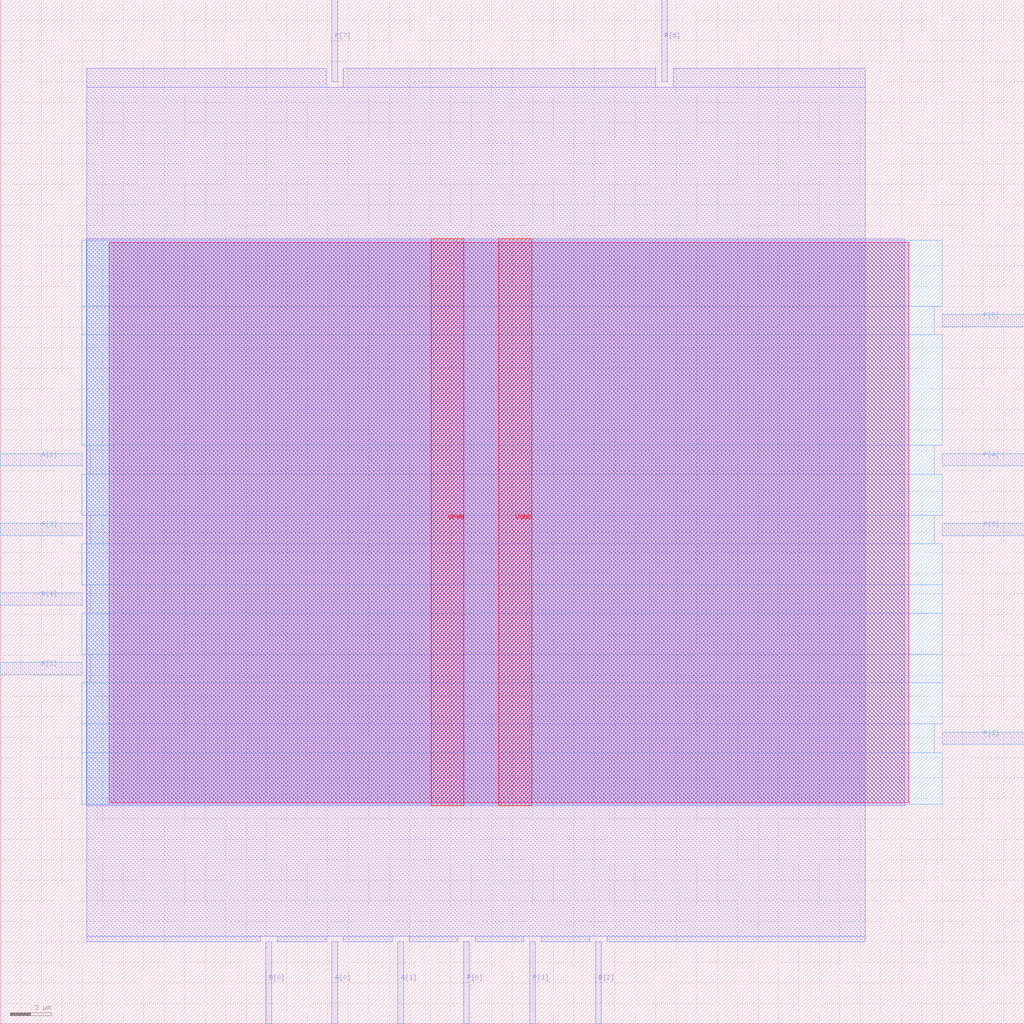
<source format=lef>
VERSION 5.7 ;
  NOWIREEXTENSIONATPIN ON ;
  DIVIDERCHAR "/" ;
  BUSBITCHARS "[]" ;
MACRO mult4_SarsaNada_e6_SARSA_RUIDO_e9_SarsaNStepsRuido_e9_SARSA_RUIDO_e9
  CLASS BLOCK ;
  FOREIGN mult4_SarsaNada_e6_SARSA_RUIDO_e9_SarsaNStepsRuido_e9_SARSA_RUIDO_e9 ;
  ORIGIN 0.000 0.000 ;
  SIZE 50.000 BY 50.000 ;
  PIN A[0]
    DIRECTION INPUT ;
    USE SIGNAL ;
    ANTENNAGATEAREA 0.213000 ;
    PORT
      LAYER met2 ;
        RECT 16.190 0.000 16.470 4.000 ;
    END
  END A[0]
  PIN A[1]
    DIRECTION INPUT ;
    USE SIGNAL ;
    ANTENNAGATEAREA 0.213000 ;
    PORT
      LAYER met2 ;
        RECT 19.410 0.000 19.690 4.000 ;
    END
  END A[1]
  PIN A[2]
    DIRECTION INPUT ;
    USE SIGNAL ;
    ANTENNAGATEAREA 0.196500 ;
    PORT
      LAYER met3 ;
        RECT 0.000 27.240 4.000 27.840 ;
    END
  END A[2]
  PIN A[3]
    DIRECTION INPUT ;
    USE SIGNAL ;
    ANTENNAGATEAREA 0.196500 ;
    PORT
      LAYER met3 ;
        RECT 0.000 23.840 4.000 24.440 ;
    END
  END A[3]
  PIN B[0]
    DIRECTION INPUT ;
    USE SIGNAL ;
    ANTENNAGATEAREA 0.196500 ;
    PORT
      LAYER met2 ;
        RECT 12.970 0.000 13.250 4.000 ;
    END
  END B[0]
  PIN B[1]
    DIRECTION INPUT ;
    USE SIGNAL ;
    ANTENNAGATEAREA 0.213000 ;
    PORT
      LAYER met3 ;
        RECT 0.000 20.440 4.000 21.040 ;
    END
  END B[1]
  PIN B[2]
    DIRECTION INPUT ;
    USE SIGNAL ;
    ANTENNAGATEAREA 0.213000 ;
    PORT
      LAYER met2 ;
        RECT 29.070 0.000 29.350 4.000 ;
    END
  END B[2]
  PIN B[3]
    DIRECTION INPUT ;
    USE SIGNAL ;
    ANTENNAGATEAREA 0.126000 ;
    PORT
      LAYER met3 ;
        RECT 0.000 17.040 4.000 17.640 ;
    END
  END B[3]
  PIN P[0]
    DIRECTION OUTPUT ;
    USE SIGNAL ;
    ANTENNADIFFAREA 0.445500 ;
    PORT
      LAYER met2 ;
        RECT 22.630 0.000 22.910 4.000 ;
    END
  END P[0]
  PIN P[1]
    DIRECTION OUTPUT ;
    USE SIGNAL ;
    ANTENNADIFFAREA 0.445500 ;
    PORT
      LAYER met2 ;
        RECT 25.850 0.000 26.130 4.000 ;
    END
  END P[1]
  PIN P[2]
    DIRECTION OUTPUT ;
    USE SIGNAL ;
    ANTENNADIFFAREA 0.445500 ;
    PORT
      LAYER met3 ;
        RECT 46.000 13.640 50.000 14.240 ;
    END
  END P[2]
  PIN P[3]
    DIRECTION OUTPUT ;
    USE SIGNAL ;
    ANTENNADIFFAREA 0.445500 ;
    PORT
      LAYER met3 ;
        RECT 46.000 23.840 50.000 24.440 ;
    END
  END P[3]
  PIN P[4]
    DIRECTION OUTPUT ;
    USE SIGNAL ;
    ANTENNADIFFAREA 0.445500 ;
    PORT
      LAYER met3 ;
        RECT 46.000 27.240 50.000 27.840 ;
    END
  END P[4]
  PIN P[5]
    DIRECTION OUTPUT ;
    USE SIGNAL ;
    ANTENNADIFFAREA 0.445500 ;
    PORT
      LAYER met3 ;
        RECT 46.000 34.040 50.000 34.640 ;
    END
  END P[5]
  PIN P[6]
    DIRECTION OUTPUT ;
    USE SIGNAL ;
    ANTENNADIFFAREA 0.445500 ;
    PORT
      LAYER met2 ;
        RECT 32.290 46.000 32.570 50.000 ;
    END
  END P[6]
  PIN P[7]
    DIRECTION OUTPUT ;
    USE SIGNAL ;
    ANTENNADIFFAREA 0.445500 ;
    PORT
      LAYER met2 ;
        RECT 16.190 46.000 16.470 50.000 ;
    END
  END P[7]
  PIN VGND
    DIRECTION INOUT ;
    USE GROUND ;
    PORT
      LAYER met4 ;
        RECT 24.340 10.640 25.940 38.320 ;
    END
  END VGND
  PIN VPWR
    DIRECTION INOUT ;
    USE POWER ;
    PORT
      LAYER met4 ;
        RECT 21.040 10.640 22.640 38.320 ;
    END
  END VPWR
  OBS
      LAYER nwell ;
        RECT 5.330 10.795 44.350 38.165 ;
      LAYER li1 ;
        RECT 5.520 10.795 44.160 38.165 ;
      LAYER met1 ;
        RECT 4.210 10.640 44.160 38.320 ;
      LAYER met2 ;
        RECT 4.230 45.720 15.910 46.650 ;
        RECT 16.750 45.720 32.010 46.650 ;
        RECT 32.850 45.720 42.230 46.650 ;
        RECT 4.230 4.280 42.230 45.720 ;
        RECT 4.230 4.000 12.690 4.280 ;
        RECT 13.530 4.000 15.910 4.280 ;
        RECT 16.750 4.000 19.130 4.280 ;
        RECT 19.970 4.000 22.350 4.280 ;
        RECT 23.190 4.000 25.570 4.280 ;
        RECT 26.410 4.000 28.790 4.280 ;
        RECT 29.630 4.000 42.230 4.280 ;
      LAYER met3 ;
        RECT 3.990 35.040 46.000 38.245 ;
        RECT 3.990 33.640 45.600 35.040 ;
        RECT 3.990 28.240 46.000 33.640 ;
        RECT 4.400 26.840 45.600 28.240 ;
        RECT 3.990 24.840 46.000 26.840 ;
        RECT 4.400 23.440 45.600 24.840 ;
        RECT 3.990 21.440 46.000 23.440 ;
        RECT 4.400 20.040 46.000 21.440 ;
        RECT 3.990 18.040 46.000 20.040 ;
        RECT 4.400 16.640 46.000 18.040 ;
        RECT 3.990 14.640 46.000 16.640 ;
        RECT 3.990 13.240 45.600 14.640 ;
        RECT 3.990 10.715 46.000 13.240 ;
  END
END mult4_SarsaNada_e6_SARSA_RUIDO_e9_SarsaNStepsRuido_e9_SARSA_RUIDO_e9
END LIBRARY


</source>
